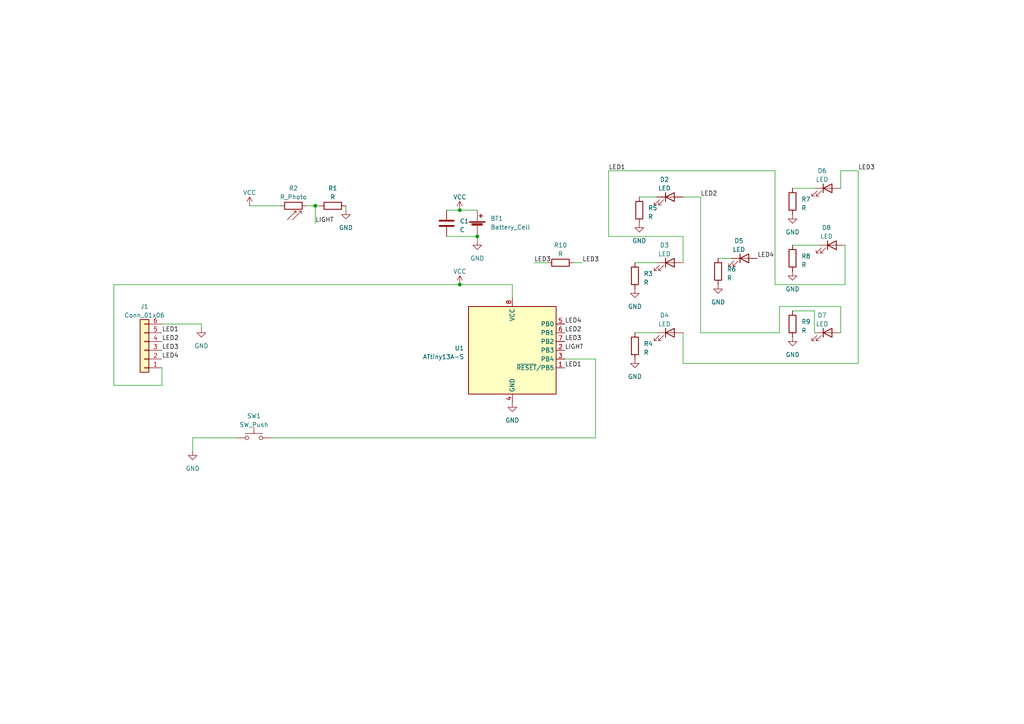
<source format=kicad_sch>
(kicad_sch (version 20230121) (generator eeschema)
  (paper "A4")
  (lib_symbols
    (symbol "Connector_Generic:Conn_01x06" (pin_names (offset 1.016) hide)
      (property "Reference" "J" (at 0 7.62 0))
      (property "Value" "Conn_01x06" (at 0 -10.16 0))
      (symbol "Conn_01x06_1_1"
        (rectangle (start -1.27 -7.493) (end 0 -7.747) (stroke (width 0.1524)))
        (rectangle (start -1.27 -4.953) (end 0 -5.207) (stroke (width 0.1524)))
        (rectangle (start -1.27 -2.413) (end 0 -2.667) (stroke (width 0.1524)))
        (rectangle (start -1.27 0.127) (end 0 -0.127) (stroke (width 0.1524)))
        (rectangle (start -1.27 2.667) (end 0 2.413) (stroke (width 0.1524)))
        (rectangle (start -1.27 5.207) (end 0 4.953) (stroke (width 0.1524)))
        (rectangle (start -1.27 6.35) (end 1.27 -8.89) (stroke (width 0.254)) (fill (type background)))
        (pin passive line (at -5.08 5.08 0) (length 3.81) (name "Pin_1") (number "1"))
        (pin passive line (at -5.08 2.54 0) (length 3.81) (name "Pin_2") (number "2"))
        (pin passive line (at -5.08 0 0) (length 3.81) (name "Pin_3") (number "3"))
        (pin passive line (at -5.08 -2.54 0) (length 3.81) (name "Pin_4") (number "4"))
        (pin passive line (at -5.08 -5.08 0) (length 3.81) (name "Pin_5") (number "5"))
        (pin passive line (at -5.08 -7.62 0) (length 3.81) (name "Pin_6") (number "6"))
      )
    )
    (symbol "Device:Battery_Cell" (pin_numbers hide) (pin_names (offset 0) hide)
      (property "Reference" "BT" (at 2.54 2.54 0))
      (property "Value" "Battery_Cell" (at 2.54 0 0))
      (symbol "Battery_Cell_0_1"
        (rectangle (start -2.286 1.778) (end 2.286 1.524) (fill (type outline)))
        (rectangle (start -1.5748 1.1938) (end 1.4732 0.6858) (fill (type outline)))
        (polyline (pts (xy 0 0.762) (xy 0 0)))
        (polyline (pts (xy 0 1.778) (xy 0 2.54)))
        (polyline (pts (xy 0.508 3.429) (xy 1.524 3.429)) (stroke (width 0.254)))
        (polyline (pts (xy 1.016 3.937) (xy 1.016 2.921)) (stroke (width 0.254)))
      )
      (symbol "Battery_Cell_1_1"
        (pin passive line (at 0 5.08 270) (length 2.54) (name "+") (number "1"))
        (pin passive line (at 0 -2.54 90) (length 2.54) (name "-") (number "2"))
      )
    )
    (symbol "Device:C" (pin_numbers hide) (pin_names (offset 0.254))
      (property "Reference" "C" (at 0.635 2.54 0))
      (property "Value" "C" (at 0.635 -2.54 0))
      (symbol "C_0_1"
        (polyline (pts (xy -2.032 -0.762) (xy 2.032 -0.762)) (stroke (width 0.508)))
        (polyline (pts (xy -2.032 0.762) (xy 2.032 0.762)) (stroke (width 0.508)))
      )
      (symbol "C_1_1"
        (pin passive line (at 0 3.81 270) (length 2.794) (name "~") (number "1"))
        (pin passive line (at 0 -3.81 90) (length 2.794) (name "~") (number "2"))
      )
    )
    (symbol "Device:LED" (pin_numbers hide) (pin_names (offset 1.016) hide)
      (property "Reference" "D" (at 0 2.54 0))
      (property "Value" "LED" (at 0 -2.54 0))
      (symbol "LED_0_1"
        (polyline (pts (xy -1.27 -1.27) (xy -1.27 1.27)) (stroke (width 0.254)))
        (polyline (pts (xy -1.27 0) (xy 1.27 0)))
        (polyline (pts (xy 1.27 -1.27) (xy 1.27 1.27) (xy -1.27 0) (xy 1.27 -1.27)) (stroke (width 0.254)))
        (polyline (pts (xy -3.048 -0.762) (xy -4.572 -2.286) (xy -3.81 -2.286) (xy -4.572 -2.286) (xy -4.572 -1.524)))
        (polyline (pts (xy -1.778 -0.762) (xy -3.302 -2.286) (xy -2.54 -2.286) (xy -3.302 -2.286) (xy -3.302 -1.524)))
      )
      (symbol "LED_1_1"
        (pin passive line (at -3.81 0 0) (length 2.54) (name "K") (number "1"))
        (pin passive line (at 3.81 0 180) (length 2.54) (name "A") (number "2"))
      )
    )
    (symbol "Device:R" (pin_numbers hide) (pin_names (offset 0))
      (property "Reference" "R" (at 2.032 0 90))
      (property "Value" "R" (at 0 0 90))
      (symbol "R_0_1"
        (rectangle (start -1.016 -2.54) (end 1.016 2.54) (stroke (width 0.254)))
      )
      (symbol "R_1_1"
        (pin passive line (at 0 3.81 270) (length 1.27) (name "~") (number "1"))
        (pin passive line (at 0 -3.81 90) (length 1.27) (name "~") (number "2"))
      )
    )
    (symbol "Device:R_Photo" (pin_numbers hide) (pin_names (offset 0))
      (property "Reference" "R" (at 1.27 1.27 0))
      (property "Value" "R_Photo" (at 1.27 0 0))
      (symbol "R_Photo_0_1"
        (rectangle (start -1.016 2.54) (end 1.016 -2.54) (stroke (width 0.254)))
        (polyline (pts (xy -1.524 -2.286) (xy -4.064 0.254)))
        (polyline (pts (xy -1.524 -2.286) (xy -2.286 -2.286)))
        (polyline (pts (xy -1.524 -2.286) (xy -1.524 -1.524)))
        (polyline (pts (xy -1.524 -0.762) (xy -4.064 1.778)))
        (polyline (pts (xy -1.524 -0.762) (xy -2.286 -0.762)))
        (polyline (pts (xy -1.524 -0.762) (xy -1.524 0)))
      )
      (symbol "R_Photo_1_1"
        (pin passive line (at 0 3.81 270) (length 1.27) (name "~") (number "1"))
        (pin passive line (at 0 -3.81 90) (length 1.27) (name "~") (number "2"))
      )
    )
    (symbol "MCU_Microchip_ATtiny:ATtiny13A-S"
      (property "Reference" "U" (at -12.7 13.97 0))
      (property "Value" "ATtiny13A-S" (at 2.54 -13.97 0))
      (symbol "ATtiny13A-S_0_1"
        (rectangle (start -12.7 -12.7) (end 12.7 12.7) (stroke (width 0.254)) (fill (type background)))
      )
      (symbol "ATtiny13A-S_1_1"
        (pin bidirectional line (at 15.24 -5.08 180) (length 2.54) (name "~{RESET}/PB5") (number "1"))
        (pin bidirectional line (at 15.24 0 180) (length 2.54) (name "PB3") (number "2"))
        (pin bidirectional line (at 15.24 -2.54 180) (length 2.54) (name "PB4") (number "3"))
        (pin power_in line (at 0 -15.24 90) (length 2.54) (name "GND") (number "4"))
        (pin bidirectional line (at 15.24 7.62 180) (length 2.54) (name "PB0") (number "5"))
        (pin bidirectional line (at 15.24 5.08 180) (length 2.54) (name "PB1") (number "6"))
        (pin bidirectional line (at 15.24 2.54 180) (length 2.54) (name "PB2") (number "7"))
        (pin power_in line (at 0 15.24 270) (length 2.54) (name "VCC") (number "8"))
      )
    )
    (symbol "Switch:SW_Push" (pin_numbers hide) (pin_names (offset 1.016) hide)
      (property "Reference" "SW" (at 1.27 2.54 0))
      (property "Value" "SW_Push" (at 0 -1.524 0))
      (symbol "SW_Push_0_1"
        (circle (center -2.032 0) (radius 0.508))
        (polyline (pts (xy 0 1.27) (xy 0 3.048)))
        (polyline (pts (xy 2.54 1.27) (xy -2.54 1.27)))
        (circle (center 2.032 0) (radius 0.508))
        (pin passive line (at -5.08 0 0) (length 2.54) (name "1") (number "1"))
        (pin passive line (at 5.08 0 180) (length 2.54) (name "2") (number "2"))
      )
    )
    (symbol "power:GND" (power) (pin_names (offset 0))
      (property "Value" "GND" (at 0 -3.81 0))
      (symbol "GND_0_1"
        (polyline (pts (xy 0 0) (xy 0 -1.27) (xy 1.27 -1.27) (xy 0 -2.54) (xy -1.27 -1.27) (xy 0 -1.27)))
      )
      (symbol "GND_1_1"
        (pin power_in line (at 0 0 270) (length 0) hide (name "GND") (number "1"))
      )
    )
    (symbol "power:VCC" (power) (pin_names (offset 0))
      (property "Value" "VCC" (at 0 3.81 0))
      (symbol "VCC_0_1"
        (polyline (pts (xy -0.762 1.27) (xy 0 2.54)))
        (polyline (pts (xy 0 0) (xy 0 2.54)))
        (polyline (pts (xy 0 2.54) (xy 0.762 1.27)))
      )
      (symbol "VCC_1_1"
        (pin power_in line (at 0 0 90) (length 0) hide (name "VCC") (number "1"))
      )
    )
  )
  (junction (at 133.35 60.96))
  (junction (at 138.43 68.58))
  (junction (at 133.35 82.55))
  (junction (at 91.44 59.69))
  (wire (pts (xy 68.58 127) (xy 55.88 127)))
  (wire (pts (xy 46.99 106.68) (xy 46.99 111.76)))
  (wire (pts (xy 224.79 49.53) (xy 176.53 49.53)))
  (wire (pts (xy 208.28 74.93) (xy 212.09 74.93)))
  (wire (pts (xy 229.87 54.61) (xy 236.22 54.61)))
  (wire (pts (xy 198.12 105.41) (xy 248.92 105.41)))
  (wire (pts (xy 243.84 88.9) (xy 243.84 96.52)))
  (wire (pts (xy 198.12 57.15) (xy 203.2 57.15)))
  (wire (pts (xy 203.2 57.15) (xy 203.2 96.52)))
  (wire (pts (xy 176.53 49.53) (xy 176.53 68.58)))
  (wire (pts (xy 78.74 127) (xy 172.72 127)))
  (wire (pts (xy 243.84 49.53) (xy 243.84 54.61)))
  (wire (pts (xy 33.02 82.55) (xy 133.35 82.55)))
  (wire (pts (xy 224.79 49.53) (xy 224.79 82.55)))
  (wire (pts (xy 72.39 59.69) (xy 81.28 59.69)))
  (wire (pts (xy 91.44 59.69) (xy 92.71 59.69)))
  (wire (pts (xy 224.79 82.55) (xy 245.11 82.55)))
  (wire (pts (xy 163.83 104.14) (xy 172.72 104.14)))
  (wire (pts (xy 100.33 60.96) (xy 100.33 59.69)))
  (wire (pts (xy 46.99 111.76) (xy 33.02 111.76)))
  (wire (pts (xy 55.88 127) (xy 55.88 130.81)))
  (wire (pts (xy 154.94 76.2) (xy 158.75 76.2)))
  (wire (pts (xy 198.12 105.41) (xy 198.12 96.52)))
  (wire (pts (xy 58.42 93.98) (xy 58.42 95.25)))
  (wire (pts (xy 226.06 88.9) (xy 243.84 88.9)))
  (wire (pts (xy 91.44 59.69) (xy 91.44 64.77)))
  (wire (pts (xy 129.54 60.96) (xy 133.35 60.96)))
  (wire (pts (xy 248.92 49.53) (xy 243.84 49.53)))
  (wire (pts (xy 133.35 82.55) (xy 148.59 82.55)))
  (wire (pts (xy 245.11 82.55) (xy 245.11 71.12)))
  (wire (pts (xy 172.72 104.14) (xy 172.72 127)))
  (wire (pts (xy 148.59 82.55) (xy 148.59 86.36)))
  (wire (pts (xy 184.15 96.52) (xy 190.5 96.52)))
  (wire (pts (xy 248.92 49.53) (xy 248.92 105.41)))
  (wire (pts (xy 129.54 68.58) (xy 138.43 68.58)))
  (wire (pts (xy 133.35 60.96) (xy 138.43 60.96)))
  (wire (pts (xy 229.87 90.17) (xy 236.22 90.17)))
  (wire (pts (xy 203.2 96.52) (xy 226.06 96.52)))
  (wire (pts (xy 226.06 96.52) (xy 226.06 88.9)))
  (wire (pts (xy 138.43 68.58) (xy 138.43 69.85)))
  (wire (pts (xy 185.42 57.15) (xy 190.5 57.15)))
  (wire (pts (xy 176.53 68.58) (xy 198.12 68.58)))
  (wire (pts (xy 236.22 90.17) (xy 236.22 96.52)))
  (wire (pts (xy 168.91 76.2) (xy 166.37 76.2)))
  (wire (pts (xy 46.99 93.98) (xy 58.42 93.98)))
  (wire (pts (xy 91.44 59.69) (xy 88.9 59.69)))
  (wire (pts (xy 198.12 68.58) (xy 198.12 76.2)))
  (wire (pts (xy 184.15 76.2) (xy 190.5 76.2)))
  (wire (pts (xy 33.02 111.76) (xy 33.02 82.55)))
  (wire (pts (xy 229.87 71.12) (xy 237.49 71.12)))
  (label "LED1" (at 176.53 49.53 0))
  (label "LED3" (at 168.91 76.2 0))
  (label "LED3" (at 248.92 49.53 0))
  (label "LED4" (at 46.99 104.14 0))
  (label "LED3" (at 46.99 101.6 0))
  (label "LED1" (at 46.99 96.52 0))
  (label "LIGHT" (at 163.83 101.6 0))
  (label "LED2" (at 203.2 57.15 0))
  (label "LED2" (at 46.99 99.06 0))
  (label "LED3" (at 154.94 76.2 0))
  (label "LIGHT" (at 91.44 64.77 0))
  (label "LED2" (at 163.83 96.52 0))
  (label "LED3" (at 163.83 99.06 0))
  (label "LED4" (at 163.83 93.98 0))
  (label "LED4" (at 219.71 74.93 0))
  (label "LED1" (at 163.83 106.68 0))
  (symbol (lib_id "power:GND") (at 138.43 69.85 0) (unit 1)
    (property "Reference" "#PWR013" (effects hide))
    (property "Value" "GND" (at 138.43 74.93 0))
  )
  (symbol (lib_id "power:GND") (at 148.59 116.84 0) (unit 1)
    (property "Reference" "#PWR014" (effects hide))
    (property "Value" "GND" (at 148.59 121.92 0))
  )
  (symbol (lib_id "Device:LED") (at 240.03 96.52 0) (unit 1)
    (property "Reference" "D7" (at 238.4425 91.44 0))
    (property "Value" "LED" (at 238.4425 93.98 0))
    (property "Footprint" "FootPrints:LED_4" (effects hide))
  )
  (symbol (lib_id "power:GND") (at 229.87 97.79 0) (unit 1)
    (property "Reference" "#PWR03" (effects hide))
    (property "Value" "GND" (at 229.87 102.87 0))
  )
  (symbol (lib_id "Device:R") (at 208.28 78.74 0) (unit 1)
    (property "Reference" "R6" (at 210.82 78.105 0) (effects (justify left)))
    (property "Value" "R" (at 210.82 80.645 0) (effects (justify left)))
    (property "Footprint" "Resistor_SMD:R_0805_2012Metric_Pad1.20x1.40mm_HandSolder" (effects hide))
  )
  (symbol (lib_id "Switch:SW_Push") (at 73.66 127 0) (unit 1)
    (property "Reference" "SW1" (at 73.66 120.65 0))
    (property "Value" "SW_Push" (at 73.66 123.19 0))
    (property "Footprint" "FootPrints:BUTTON_4" (effects hide))
  )
  (symbol (lib_id "power:GND") (at 229.87 62.23 0) (unit 1)
    (property "Reference" "#PWR01" (effects hide))
    (property "Value" "GND" (at 229.87 67.31 0))
  )
  (symbol (lib_id "MCU_Microchip_ATtiny:ATtiny13A-S") (at 148.59 101.6 0) (unit 1)
    (property "Reference" "U1" (at 134.62 100.965 0) (effects (justify right)))
    (property "Value" "ATtiny13A-S" (at 134.62 103.505 0) (effects (justify right)))
    (property "Footprint" "Package_SO:SOIC-8W_5.3x5.3mm_P1.27mm" (effects hide))
    (property "Datasheet" "http://ww1.microchip.com/downloads/en/DeviceDoc/doc8126.pdf" (effects hide))
  )
  (symbol (lib_id "Device:LED") (at 194.31 76.2 0) (unit 1)
    (property "Reference" "D3" (at 192.7225 71.12 0))
    (property "Value" "LED" (at 192.7225 73.66 0))
    (property "Footprint" "FootPrints:LED_4" (effects hide))
  )
  (symbol (lib_id "Device:LED") (at 241.3 71.12 0) (unit 1)
    (property "Reference" "D8" (at 239.7125 66.04 0))
    (property "Value" "LED" (at 239.7125 68.58 0))
    (property "Footprint" "FootPrints:LED_4" (effects hide))
  )
  (symbol (lib_id "Device:R") (at 229.87 58.42 0) (unit 1)
    (property "Reference" "R7" (at 232.41 57.785 0) (effects (justify left)))
    (property "Value" "R" (at 232.41 60.325 0) (effects (justify left)))
    (property "Footprint" "Resistor_SMD:R_0805_2012Metric_Pad1.20x1.40mm_HandSolder" (effects hide))
  )
  (symbol (lib_id "Device:R") (at 184.15 100.33 0) (unit 1)
    (property "Reference" "R4" (at 186.69 99.695 0) (effects (justify left)))
    (property "Value" "R" (at 186.69 102.235 0) (effects (justify left)))
    (property "Footprint" "Resistor_SMD:R_0805_2012Metric_Pad1.20x1.40mm_HandSolder" (effects hide))
  )
  (symbol (lib_id "power:VCC") (at 72.39 59.69 0) (unit 1)
    (property "Reference" "#PWR011" (effects hide))
    (property "Value" "VCC" (at 72.39 55.88 0))
  )
  (symbol (lib_id "power:GND") (at 208.28 82.55 0) (unit 1)
    (property "Reference" "#PWR04" (effects hide))
    (property "Value" "GND" (at 208.28 87.63 0))
  )
  (symbol (lib_id "Device:R_Photo") (at 85.09 59.69 90) (unit 1)
    (property "Reference" "R2" (at 85.09 54.61 90))
    (property "Value" "R_Photo" (at 85.09 57.15 90))
    (property "Footprint" "FootPrints:R_PHOTO_2" (effects hide))
  )
  (symbol (lib_id "Device:R") (at 96.52 59.69 90) (unit 1)
    (property "Reference" "R1" (at 96.52 54.61 90))
    (property "Value" "R" (at 96.52 57.15 90))
    (property "Footprint" "Resistor_SMD:R_0805_2012Metric_Pad1.20x1.40mm_HandSolder" (effects hide))
  )
  (symbol (lib_id "power:GND") (at 185.42 64.77 0) (unit 1)
    (property "Reference" "#PWR07" (effects hide))
    (property "Value" "GND" (at 185.42 69.85 0))
  )
  (symbol (lib_id "Device:LED") (at 194.31 96.52 0) (unit 1)
    (property "Reference" "D4" (at 192.7225 91.44 0))
    (property "Value" "LED" (at 192.7225 93.98 0))
    (property "Footprint" "FootPrints:LED_4" (effects hide))
  )
  (symbol (lib_id "Device:R") (at 162.56 76.2 90) (unit 1)
    (property "Reference" "R10" (at 162.56 71.12 90))
    (property "Value" "R" (at 162.56 73.66 90))
    (property "Footprint" "Resistor_SMD:R_1206_3216Metric" (effects hide))
  )
  (symbol (lib_id "Device:LED") (at 194.31 57.15 0) (unit 1)
    (property "Reference" "D2" (at 192.7225 52.07 0))
    (property "Value" "LED" (at 192.7225 54.61 0))
    (property "Footprint" "FootPrints:LED_4" (effects hide))
  )
  (symbol (lib_id "power:VCC") (at 133.35 60.96 0) (unit 1)
    (property "Reference" "#PWR015" (effects hide))
    (property "Value" "VCC" (at 133.35 57.15 0))
  )
  (symbol (lib_id "power:GND") (at 58.42 95.25 0) (unit 1)
    (property "Reference" "#PWR08" (effects hide))
    (property "Value" "GND" (at 58.42 100.33 0))
  )
  (symbol (lib_id "power:GND") (at 229.87 78.74 0) (unit 1)
    (property "Reference" "#PWR02" (effects hide))
    (property "Value" "GND" (at 229.87 83.82 0))
  )
  (symbol (lib_id "power:VCC") (at 133.35 82.55 0) (unit 1)
    (property "Reference" "#PWR012" (effects hide))
    (property "Value" "VCC" (at 133.35 78.74 0))
  )
  (symbol (lib_id "Connector_Generic:Conn_01x06") (at 41.91 101.6 180) (unit 1)
    (property "Reference" "J1" (at 41.91 88.9 0))
    (property "Value" "Conn_01x06" (at 41.91 91.44 0))
    (property "Footprint" "Connector_PinHeader_2.54mm:PinHeader_1x06_P2.54mm_Vertical" (effects hide))
  )
  (symbol (lib_id "power:GND") (at 100.33 60.96 0) (unit 1)
    (property "Reference" "#PWR010" (effects hide))
    (property "Value" "GND" (at 100.33 66.04 0))
  )
  (symbol (lib_id "power:GND") (at 55.88 130.81 0) (unit 1)
    (property "Reference" "#PWR09" (effects hide))
    (property "Value" "GND" (at 55.88 135.89 0))
  )
  (symbol (lib_id "Device:LED") (at 215.9 74.93 0) (unit 1)
    (property "Reference" "D5" (at 214.3125 69.85 0))
    (property "Value" "LED" (at 214.3125 72.39 0))
    (property "Footprint" "FootPrints:LED_4" (effects hide))
  )
  (symbol (lib_id "Device:R") (at 229.87 93.98 0) (unit 1)
    (property "Reference" "R9" (at 232.41 93.345 0) (effects (justify left)))
    (property "Value" "R" (at 232.41 95.885 0) (effects (justify left)))
    (property "Footprint" "Resistor_SMD:R_0805_2012Metric_Pad1.20x1.40mm_HandSolder" (effects hide))
  )
  (symbol (lib_id "Device:LED") (at 240.03 54.61 0) (unit 1)
    (property "Reference" "D6" (at 238.4425 49.53 0))
    (property "Value" "LED" (at 238.4425 52.07 0))
    (property "Footprint" "FootPrints:LED_4" (effects hide))
  )
  (symbol (lib_id "Device:C") (at 129.54 64.77 0) (unit 1)
    (property "Reference" "C1" (at 133.35 64.135 0) (effects (justify left)))
    (property "Value" "C" (at 133.35 66.675 0) (effects (justify left)))
    (property "Footprint" "Capacitor_SMD:C_0805_2012Metric_Pad1.18x1.45mm_HandSolder" (effects hide))
  )
  (symbol (lib_id "Device:Battery_Cell") (at 138.43 66.04 0) (unit 1)
    (property "Reference" "BT1" (at 142.24 63.373 0) (effects (justify left)))
    (property "Value" "Battery_Cell" (at 142.24 65.913 0) (effects (justify left)))
    (property "Footprint" "Battery:BatteryHolder_Keystone_103_1x20mm" (effects hide))
  )
  (symbol (lib_id "Device:R") (at 185.42 60.96 0) (unit 1)
    (property "Reference" "R5" (at 187.96 60.325 0) (effects (justify left)))
    (property "Value" "R" (at 187.96 62.865 0) (effects (justify left)))
    (property "Footprint" "Resistor_SMD:R_0805_2012Metric_Pad1.20x1.40mm_HandSolder" (effects hide))
  )
  (symbol (lib_id "power:GND") (at 184.15 83.82 0) (unit 1)
    (property "Reference" "#PWR05" (effects hide))
    (property "Value" "GND" (at 184.15 88.9 0))
  )
  (symbol (lib_id "Device:R") (at 184.15 80.01 0) (unit 1)
    (property "Reference" "R3" (at 186.69 79.375 0) (effects (justify left)))
    (property "Value" "R" (at 186.69 81.915 0) (effects (justify left)))
    (property "Footprint" "Resistor_SMD:R_0805_2012Metric_Pad1.20x1.40mm_HandSolder" (effects hide))
  )
  (symbol (lib_id "power:GND") (at 184.15 104.14 0) (unit 1)
    (property "Reference" "#PWR06" (effects hide))
    (property "Value" "GND" (at 184.15 109.22 0))
  )
  (symbol (lib_id "Device:R") (at 229.87 74.93 0) (unit 1)
    (property "Reference" "R8" (at 232.41 74.295 0) (effects (justify left)))
    (property "Value" "R" (at 232.41 76.835 0) (effects (justify left)))
    (property "Footprint" "Resistor_SMD:R_0805_2012Metric_Pad1.20x1.40mm_HandSolder" (effects hide))
  )
)
</source>
